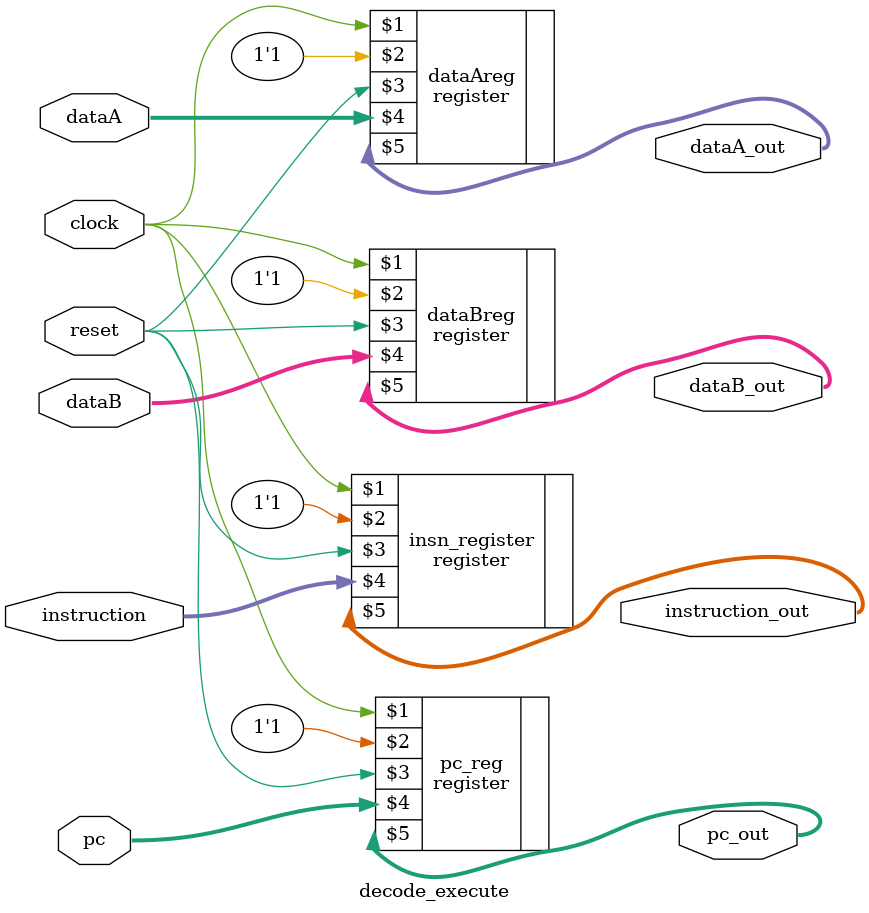
<source format=v>
module decode_execute(clock, reset, dataA, dataB, instruction, pc, dataA_out, dataB_out, instruction_out, pc_out);

input clock, reset;

input [31:0] dataA, dataB, instruction, pc;

output [31:0] dataA_out, dataB_out, instruction_out, pc_out;

register dataAreg(clock, 1'b1, reset, dataA, dataA_out);
register dataBreg(clock, 1'b1, reset, dataB, dataB_out);

register insn_register(clock, 1'b1, reset, instruction, instruction_out);

register pc_reg(clock, 1'b1, reset, pc, pc_out);

endmodule
</source>
